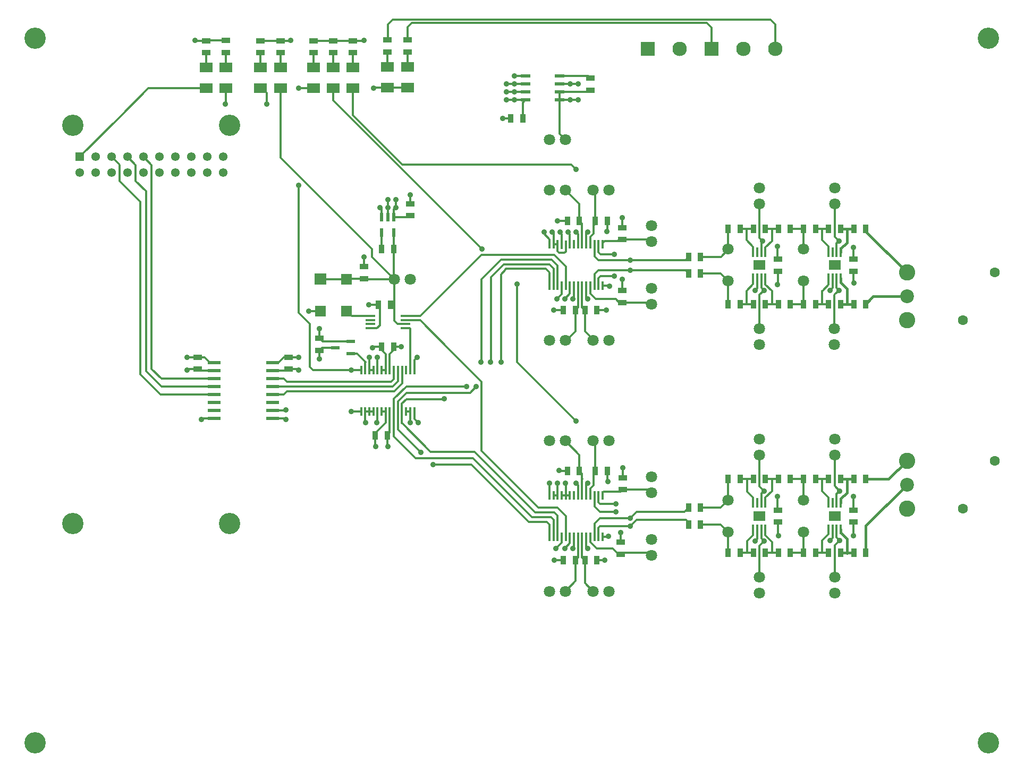
<source format=gtl>
%FSLAX34Y34*%
G04 Gerber Fmt 3.4, Leading zero omitted, Abs format*
G04 (created by PCBNEW (2014-02-03 BZR 4658)-product) date Thu 30 Jul 2015 10:30:08 PM PDT*
%MOIN*%
G01*
G70*
G90*
G04 APERTURE LIST*
%ADD10C,0.005906*%
%ADD11R,0.054370X0.054370*%
%ADD12C,0.054370*%
%ADD13R,0.055000X0.035000*%
%ADD14R,0.035000X0.055000*%
%ADD15C,0.070866*%
%ADD16R,0.080000X0.060000*%
%ADD17R,0.090551X0.090551*%
%ADD18C,0.090551*%
%ADD19C,0.102362*%
%ADD20C,0.086614*%
%ADD21C,0.062992*%
%ADD22R,0.078740X0.023622*%
%ADD23R,0.062992X0.011811*%
%ADD24R,0.052362X0.022047*%
%ADD25R,0.016500X0.057900*%
%ADD26R,0.022047X0.052362*%
%ADD27R,0.061000X0.023600*%
%ADD28R,0.015748X0.062992*%
%ADD29R,0.074409X0.061811*%
%ADD30R,0.070866X0.070866*%
%ADD31C,0.133900*%
%ADD32C,0.035000*%
%ADD33C,0.012000*%
%ADD34C,0.018000*%
G04 APERTURE END LIST*
G54D10*
G54D11*
X18064Y-22712D03*
G54D12*
X18064Y-23712D03*
X19064Y-22712D03*
X19064Y-23712D03*
X20064Y-22712D03*
X20064Y-23712D03*
X21064Y-22712D03*
X21064Y-23712D03*
X22064Y-22712D03*
X22064Y-23712D03*
X23064Y-22712D03*
X23064Y-23712D03*
X24064Y-22712D03*
X24064Y-23712D03*
X25064Y-22712D03*
X25064Y-23712D03*
X26064Y-22712D03*
X26064Y-23712D03*
X27064Y-22712D03*
X27064Y-23712D03*
G54D13*
X25479Y-35304D03*
X25479Y-36054D03*
X35900Y-30375D03*
X35900Y-29625D03*
X31179Y-35304D03*
X31179Y-36054D03*
G54D14*
X37575Y-32000D03*
X36825Y-32000D03*
G54D13*
X33100Y-34125D03*
X33100Y-34875D03*
G54D14*
X37375Y-40200D03*
X36625Y-40200D03*
X37775Y-34650D03*
X37025Y-34650D03*
G54D13*
X38800Y-26425D03*
X38800Y-25675D03*
G54D14*
X37775Y-28500D03*
X37025Y-28500D03*
G54D15*
X37800Y-30400D03*
X38800Y-30400D03*
G54D14*
X49175Y-48050D03*
X48425Y-48050D03*
G54D15*
X48538Y-49998D03*
X47538Y-49998D03*
G54D14*
X49775Y-48050D03*
X50525Y-48050D03*
G54D15*
X50294Y-49998D03*
X51294Y-49998D03*
G54D13*
X52000Y-47675D03*
X52000Y-46925D03*
G54D15*
X53944Y-47742D03*
X53944Y-46742D03*
G54D14*
X49425Y-42450D03*
X48675Y-42450D03*
G54D15*
X53944Y-43805D03*
X53944Y-42805D03*
G54D14*
X50425Y-42450D03*
X51175Y-42450D03*
G54D15*
X50294Y-40549D03*
X51294Y-40549D03*
G54D13*
X52150Y-43625D03*
X52150Y-42875D03*
G54D15*
X48538Y-40549D03*
X47538Y-40549D03*
G54D14*
X49175Y-32350D03*
X48425Y-32350D03*
G54D15*
X48538Y-34250D03*
X47538Y-34250D03*
G54D14*
X49775Y-32350D03*
X50525Y-32350D03*
G54D15*
X50294Y-34250D03*
X51294Y-34250D03*
G54D13*
X52100Y-31875D03*
X52100Y-31125D03*
G54D15*
X53944Y-31994D03*
X53944Y-30994D03*
G54D13*
X52100Y-27925D03*
X52100Y-27175D03*
G54D15*
X53944Y-28057D03*
X53944Y-27057D03*
G54D14*
X50425Y-26750D03*
X51175Y-26750D03*
G54D15*
X50294Y-24801D03*
X51294Y-24801D03*
G54D14*
X49425Y-26750D03*
X48675Y-26750D03*
G54D15*
X48538Y-24801D03*
X47538Y-24801D03*
X48531Y-21653D03*
X47531Y-21653D03*
G54D13*
X50106Y-18531D03*
X50106Y-17781D03*
G54D14*
X45875Y-20300D03*
X45125Y-20300D03*
G54D15*
X60700Y-33500D03*
X60700Y-34500D03*
X60711Y-24696D03*
X60711Y-25696D03*
X65400Y-33500D03*
X65400Y-34500D03*
X65435Y-24696D03*
X65435Y-25696D03*
G54D13*
X61892Y-29902D03*
X61892Y-29152D03*
X66616Y-29902D03*
X66616Y-29152D03*
G54D15*
X58742Y-28527D03*
X58742Y-30527D03*
X63466Y-28527D03*
X63466Y-30527D03*
X60711Y-49106D03*
X60711Y-50106D03*
X60711Y-40444D03*
X60711Y-41444D03*
X65435Y-49106D03*
X65435Y-50106D03*
X65435Y-40444D03*
X65435Y-41444D03*
G54D13*
X61892Y-45650D03*
X61892Y-44900D03*
X66616Y-45650D03*
X66616Y-44900D03*
G54D15*
X58742Y-44275D03*
X58742Y-46275D03*
X63466Y-44275D03*
X63466Y-46275D03*
G54D16*
X26017Y-18417D03*
X26017Y-17117D03*
X27250Y-18400D03*
X27250Y-17100D03*
X32761Y-18417D03*
X32761Y-17117D03*
X38635Y-17067D03*
X38635Y-18367D03*
X37392Y-18367D03*
X37392Y-17067D03*
X30666Y-18417D03*
X30666Y-17117D03*
X33979Y-18417D03*
X33979Y-17117D03*
X35198Y-18417D03*
X35198Y-17117D03*
X29404Y-18417D03*
X29404Y-17117D03*
G54D17*
X53700Y-15950D03*
G54D18*
X55700Y-15950D03*
G54D17*
X57700Y-15950D03*
G54D18*
X59700Y-15950D03*
X61700Y-15950D03*
G54D19*
X69968Y-32996D03*
X69968Y-29996D03*
G54D20*
X69968Y-31496D03*
G54D21*
X75468Y-29996D03*
X73468Y-32996D03*
G54D19*
X69968Y-44807D03*
X69968Y-41807D03*
G54D20*
X69968Y-43307D03*
G54D21*
X75468Y-41807D03*
X73468Y-44807D03*
G54D13*
X26017Y-16183D03*
X26017Y-15433D03*
X27250Y-16175D03*
X27250Y-15425D03*
X32761Y-16183D03*
X32761Y-15433D03*
X38635Y-15383D03*
X38635Y-16133D03*
X37392Y-16133D03*
X37392Y-15383D03*
X30666Y-16183D03*
X30666Y-15433D03*
X33979Y-16183D03*
X33979Y-15433D03*
X35198Y-16183D03*
X35198Y-15433D03*
X29404Y-16183D03*
X29404Y-15433D03*
G54D14*
X56275Y-29000D03*
X57025Y-29000D03*
X56275Y-30050D03*
X57025Y-30050D03*
X58761Y-27240D03*
X59511Y-27240D03*
X58761Y-31964D03*
X59511Y-31964D03*
X60336Y-27240D03*
X61086Y-27240D03*
X60336Y-31964D03*
X61086Y-31964D03*
X61910Y-27240D03*
X62660Y-27240D03*
X61910Y-31964D03*
X62660Y-31964D03*
X63485Y-27240D03*
X64235Y-27240D03*
X63485Y-31964D03*
X64235Y-31964D03*
X65060Y-27240D03*
X65810Y-27240D03*
X65060Y-31964D03*
X65810Y-31964D03*
X66635Y-27240D03*
X67385Y-27240D03*
X66635Y-31964D03*
X67385Y-31964D03*
X56275Y-44750D03*
X57025Y-44750D03*
X56275Y-45800D03*
X57025Y-45800D03*
X58761Y-42963D03*
X59511Y-42963D03*
X58761Y-47588D03*
X59511Y-47588D03*
X60336Y-42963D03*
X61086Y-42963D03*
X60336Y-47588D03*
X61086Y-47588D03*
X61910Y-42963D03*
X62660Y-42963D03*
X61910Y-47588D03*
X62660Y-47588D03*
X63485Y-42963D03*
X64235Y-42963D03*
X63485Y-47588D03*
X64235Y-47588D03*
X65060Y-42963D03*
X65810Y-42963D03*
X65060Y-47588D03*
X65810Y-47588D03*
X66635Y-42963D03*
X67385Y-42963D03*
X66635Y-47588D03*
X67385Y-47588D03*
G54D22*
X26515Y-37151D03*
X26515Y-36651D03*
X26515Y-36151D03*
X26515Y-35651D03*
X26515Y-37651D03*
X26515Y-38151D03*
X26515Y-38651D03*
X26515Y-39151D03*
X30177Y-39151D03*
X30177Y-38651D03*
X30177Y-38151D03*
X30177Y-37651D03*
X30177Y-37151D03*
X30177Y-36651D03*
X30177Y-36151D03*
X30177Y-35651D03*
G54D23*
X36297Y-32972D03*
X36297Y-33227D03*
X36297Y-33483D03*
X36297Y-32716D03*
X38502Y-33483D03*
X38502Y-33227D03*
X38502Y-32972D03*
X38502Y-32716D03*
G54D24*
X35072Y-35074D03*
X35072Y-34325D03*
X34127Y-34700D03*
G54D25*
X37529Y-36102D03*
X37273Y-36102D03*
X37017Y-36102D03*
X36761Y-36102D03*
X38293Y-38698D03*
X38297Y-36102D03*
X38041Y-36102D03*
X37785Y-36102D03*
X36505Y-38700D03*
X36761Y-38700D03*
X37017Y-38700D03*
X37273Y-38700D03*
X37529Y-38700D03*
X37785Y-38700D03*
X36505Y-36102D03*
X38041Y-38698D03*
X38553Y-36102D03*
X36249Y-36102D03*
X36249Y-38700D03*
X38553Y-38700D03*
X38808Y-36102D03*
X35994Y-36102D03*
X35994Y-38700D03*
X38808Y-38700D03*
X39064Y-36102D03*
X35738Y-36102D03*
X35738Y-38700D03*
X39064Y-38700D03*
G54D26*
X37774Y-26527D03*
X37400Y-26527D03*
X37025Y-26527D03*
X37025Y-27472D03*
X37774Y-27472D03*
G54D25*
X49084Y-46574D03*
X49340Y-46574D03*
X49596Y-46574D03*
X49852Y-46574D03*
X48320Y-43978D03*
X48316Y-46574D03*
X48572Y-46574D03*
X48828Y-46574D03*
X50108Y-43976D03*
X49852Y-43976D03*
X49596Y-43976D03*
X49340Y-43976D03*
X49084Y-43976D03*
X48828Y-43976D03*
X50108Y-46574D03*
X48572Y-43978D03*
X48060Y-46574D03*
X50364Y-46574D03*
X50364Y-43976D03*
X48060Y-43976D03*
X47805Y-46574D03*
X50619Y-46574D03*
X50619Y-43976D03*
X47805Y-43976D03*
X47549Y-46574D03*
X50875Y-46574D03*
X50875Y-43976D03*
X47549Y-43976D03*
X49084Y-30826D03*
X49340Y-30826D03*
X49596Y-30826D03*
X49852Y-30826D03*
X48320Y-28230D03*
X48316Y-30826D03*
X48572Y-30826D03*
X48828Y-30826D03*
X50108Y-28228D03*
X49852Y-28228D03*
X49596Y-28228D03*
X49340Y-28228D03*
X49084Y-28228D03*
X48828Y-28228D03*
X50108Y-30826D03*
X48572Y-28230D03*
X48060Y-30826D03*
X50364Y-30826D03*
X50364Y-28228D03*
X48060Y-28228D03*
X47805Y-30826D03*
X50619Y-30826D03*
X50619Y-28228D03*
X47805Y-28228D03*
X47549Y-30826D03*
X50875Y-30826D03*
X50875Y-28228D03*
X47549Y-28228D03*
G54D27*
X48169Y-19154D03*
X48169Y-18654D03*
X48169Y-18154D03*
X48169Y-17654D03*
X46043Y-19154D03*
X46043Y-18654D03*
X46043Y-18154D03*
X46043Y-17654D03*
G54D28*
X60327Y-30354D03*
X60583Y-30354D03*
X60838Y-30354D03*
X61094Y-30354D03*
X61094Y-28700D03*
X60838Y-28700D03*
X60583Y-28700D03*
X60327Y-28700D03*
G54D29*
X60711Y-29527D03*
G54D28*
X65051Y-30354D03*
X65307Y-30354D03*
X65563Y-30354D03*
X65819Y-30354D03*
X65819Y-28700D03*
X65563Y-28700D03*
X65307Y-28700D03*
X65051Y-28700D03*
G54D29*
X65435Y-29527D03*
G54D28*
X60327Y-46102D03*
X60583Y-46102D03*
X60838Y-46102D03*
X61094Y-46102D03*
X61094Y-44448D03*
X60838Y-44448D03*
X60583Y-44448D03*
X60327Y-44448D03*
G54D29*
X60711Y-45275D03*
G54D28*
X65051Y-46102D03*
X65307Y-46102D03*
X65563Y-46102D03*
X65819Y-46102D03*
X65819Y-44448D03*
X65563Y-44448D03*
X65307Y-44448D03*
X65051Y-44448D03*
G54D29*
X65435Y-45275D03*
G54D30*
X34822Y-30400D03*
X34822Y-32400D03*
X33177Y-32400D03*
G54D10*
G36*
X32822Y-30045D02*
X33531Y-30045D01*
X33531Y-30754D01*
X32822Y-30754D01*
X32822Y-30045D01*
X32822Y-30045D01*
G37*
G54D31*
X15279Y-15279D03*
X75074Y-15279D03*
X15279Y-59523D03*
X75074Y-59523D03*
X27486Y-45744D03*
X17643Y-45744D03*
X17643Y-20744D03*
X27486Y-20744D03*
G54D32*
X61000Y-46850D03*
X61900Y-46500D03*
X66600Y-46500D03*
X65750Y-46800D03*
X66650Y-30650D03*
X65700Y-31100D03*
X61850Y-30750D03*
X61000Y-31100D03*
X44850Y-19150D03*
X45350Y-19150D03*
X36900Y-25900D03*
X37900Y-25900D03*
X37900Y-25400D03*
X45356Y-17656D03*
X61850Y-44050D03*
X61000Y-43700D03*
X66600Y-44050D03*
X65750Y-43700D03*
X66600Y-28400D03*
X65700Y-28000D03*
X60900Y-28000D03*
X61850Y-28350D03*
X43250Y-35600D03*
X40950Y-37900D03*
X43850Y-35600D03*
X42330Y-37130D03*
X44500Y-35600D03*
X42950Y-37150D03*
X39480Y-41280D03*
X40230Y-42030D03*
X51600Y-30200D03*
X52600Y-29200D03*
X51600Y-28850D03*
X52600Y-29850D03*
X52600Y-45400D03*
X51700Y-44500D03*
X51700Y-45000D03*
X52600Y-45900D03*
X44600Y-20300D03*
X38800Y-25100D03*
X37400Y-25900D03*
X37400Y-25400D03*
X47700Y-27450D03*
X49350Y-18150D03*
X44850Y-18650D03*
X44850Y-18150D03*
X36500Y-18400D03*
X31300Y-15400D03*
X35900Y-15400D03*
X52000Y-46300D03*
X60450Y-46850D03*
X65150Y-46800D03*
X60450Y-31100D03*
X65150Y-31100D03*
X48050Y-43200D03*
X52150Y-42250D03*
X51200Y-43100D03*
X48150Y-42400D03*
X49950Y-43200D03*
X51250Y-46550D03*
X49950Y-47300D03*
X47950Y-47300D03*
X49000Y-47300D03*
X51000Y-48050D03*
X47850Y-48050D03*
X48856Y-18156D03*
X45356Y-18156D03*
X45356Y-18656D03*
X48050Y-26750D03*
X51150Y-27400D03*
X52100Y-26550D03*
X52100Y-30400D03*
X51300Y-30850D03*
X49950Y-27450D03*
X39250Y-35300D03*
X51100Y-32350D03*
X47800Y-32350D03*
X49950Y-31650D03*
X48000Y-31650D03*
X49000Y-31650D03*
X36650Y-40900D03*
X36000Y-39400D03*
X39300Y-39400D03*
X33100Y-35400D03*
X36200Y-32000D03*
X35900Y-29000D03*
X31000Y-39200D03*
X31800Y-36100D03*
X32450Y-32400D03*
X36450Y-34700D03*
X36250Y-35300D03*
X25300Y-15400D03*
X25700Y-39200D03*
X24800Y-36100D03*
X31800Y-24500D03*
X31800Y-18400D03*
X35100Y-38700D03*
X35100Y-36100D03*
X45500Y-30700D03*
X43300Y-28500D03*
X49200Y-39300D03*
X49200Y-43200D03*
X49200Y-27450D03*
X49200Y-23500D03*
X27200Y-19400D03*
X24800Y-35300D03*
X48850Y-19150D03*
X49350Y-19150D03*
X47200Y-27450D03*
X48200Y-27450D03*
X48700Y-27450D03*
X29800Y-19400D03*
X48550Y-43200D03*
X47550Y-43200D03*
X48500Y-47300D03*
X48500Y-31650D03*
X37400Y-40900D03*
X36700Y-39400D03*
X38800Y-39400D03*
X31000Y-38600D03*
X31800Y-35300D03*
X33100Y-33500D03*
X38250Y-34650D03*
X36750Y-35300D03*
G54D33*
X65400Y-33500D02*
X65400Y-31400D01*
X60700Y-33500D02*
X60700Y-31400D01*
X60711Y-31388D02*
X61000Y-31100D01*
X60700Y-31400D02*
X60711Y-31388D01*
X57700Y-15950D02*
X57700Y-14600D01*
X57400Y-14300D02*
X57700Y-14600D01*
X38635Y-14564D02*
X38635Y-15383D01*
X38899Y-14300D02*
X39200Y-14300D01*
X38635Y-14564D02*
X38899Y-14300D01*
X39200Y-14300D02*
X57400Y-14300D01*
X60711Y-49106D02*
X60711Y-47138D01*
X60711Y-47138D02*
X61000Y-46850D01*
X60838Y-46688D02*
X61000Y-46850D01*
X60838Y-46102D02*
X60838Y-46688D01*
X61892Y-46492D02*
X61892Y-45650D01*
X61900Y-46500D02*
X61892Y-46492D01*
X65435Y-49106D02*
X65435Y-47114D01*
X65435Y-47114D02*
X65750Y-46800D01*
X65563Y-46102D02*
X65563Y-46613D01*
X66600Y-45667D02*
X66616Y-45650D01*
X66600Y-46500D02*
X66600Y-45667D01*
X65563Y-46613D02*
X65750Y-46800D01*
X66650Y-30650D02*
X66616Y-30616D01*
X66616Y-30616D02*
X66616Y-29902D01*
X61850Y-30750D02*
X61892Y-30707D01*
X61892Y-30707D02*
X61892Y-29902D01*
X60838Y-30354D02*
X60838Y-30938D01*
X60838Y-30938D02*
X61000Y-31100D01*
X65700Y-31100D02*
X65450Y-31350D01*
X65450Y-33343D02*
X65435Y-33358D01*
X65563Y-30354D02*
X65563Y-30963D01*
X65563Y-30963D02*
X65700Y-31100D01*
X45875Y-19325D02*
X45875Y-19322D01*
X45875Y-19322D02*
X46043Y-19154D01*
X45875Y-20300D02*
X45875Y-19325D01*
X45875Y-19325D02*
X45900Y-19300D01*
X44850Y-19150D02*
X45350Y-19150D01*
X45354Y-19154D02*
X46043Y-19154D01*
X45354Y-19154D02*
X45350Y-19150D01*
X37025Y-26527D02*
X37025Y-26025D01*
X37025Y-26025D02*
X36900Y-25900D01*
X37900Y-25400D02*
X37900Y-25900D01*
X37774Y-26025D02*
X37900Y-25900D01*
X37774Y-26025D02*
X37774Y-26527D01*
X37774Y-26527D02*
X38697Y-26527D01*
X38697Y-26527D02*
X38800Y-26425D01*
X49425Y-42450D02*
X49425Y-41436D01*
X49425Y-41436D02*
X48538Y-40549D01*
X52150Y-43625D02*
X53763Y-43625D01*
X53763Y-43625D02*
X53944Y-43805D01*
X50875Y-43976D02*
X50875Y-43824D01*
X52025Y-43750D02*
X52150Y-43625D01*
X50950Y-43750D02*
X52025Y-43750D01*
X50875Y-43824D02*
X50950Y-43750D01*
X49596Y-43000D02*
X49596Y-42621D01*
X49596Y-42621D02*
X49425Y-42450D01*
X49596Y-43976D02*
X49596Y-43000D01*
X49596Y-43000D02*
X49596Y-42953D01*
X49596Y-42953D02*
X49600Y-42950D01*
X49775Y-48050D02*
X49775Y-49478D01*
X49775Y-49478D02*
X50294Y-49998D01*
X49596Y-46574D02*
X49596Y-47871D01*
X49596Y-47871D02*
X49775Y-48050D01*
X46043Y-17654D02*
X45358Y-17654D01*
X45358Y-17654D02*
X45356Y-17656D01*
X49425Y-26750D02*
X49425Y-25687D01*
X49425Y-25687D02*
X48538Y-24801D01*
X52100Y-27925D02*
X53811Y-27925D01*
X53811Y-27925D02*
X53944Y-28057D01*
X50875Y-28228D02*
X50875Y-28124D01*
X51925Y-27925D02*
X51850Y-28000D01*
X51850Y-28000D02*
X51000Y-28000D01*
X51925Y-27925D02*
X52100Y-27925D01*
X50875Y-28124D02*
X51000Y-28000D01*
X49596Y-28228D02*
X49596Y-26921D01*
X49596Y-26921D02*
X49425Y-26750D01*
X49775Y-32350D02*
X49775Y-33675D01*
X49775Y-33675D02*
X50300Y-34200D01*
X49596Y-30826D02*
X49596Y-32171D01*
X49596Y-32171D02*
X49775Y-32350D01*
X37400Y-14400D02*
X37400Y-15375D01*
X37700Y-14100D02*
X37400Y-14400D01*
X61700Y-15950D02*
X61700Y-14400D01*
X60600Y-14100D02*
X38200Y-14100D01*
X61300Y-14100D02*
X60600Y-14100D01*
X61400Y-14100D02*
X61300Y-14100D01*
X61700Y-14400D02*
X61400Y-14100D01*
X38200Y-14100D02*
X37700Y-14100D01*
X37400Y-15375D02*
X37392Y-15383D01*
X60711Y-41444D02*
X60711Y-43411D01*
X60711Y-43411D02*
X61000Y-43700D01*
X60838Y-44448D02*
X60838Y-43861D01*
X61850Y-44858D02*
X61892Y-44900D01*
X61850Y-44050D02*
X61850Y-44858D01*
X60838Y-43861D02*
X61000Y-43700D01*
X65435Y-41444D02*
X65435Y-43385D01*
X65435Y-43385D02*
X65750Y-43700D01*
X65563Y-44448D02*
X65563Y-43886D01*
X66600Y-44884D02*
X66616Y-44900D01*
X66600Y-44050D02*
X66600Y-44884D01*
X65563Y-43886D02*
X65750Y-43700D01*
X60711Y-25696D02*
X60711Y-27811D01*
X60711Y-27811D02*
X60900Y-28000D01*
X66616Y-28416D02*
X66616Y-29152D01*
X66600Y-28400D02*
X66616Y-28416D01*
X61850Y-28350D02*
X61850Y-29110D01*
X61892Y-29152D02*
X61850Y-29110D01*
X60838Y-28061D02*
X60900Y-28000D01*
X60838Y-28061D02*
X60838Y-28700D01*
X65700Y-28000D02*
X65450Y-27750D01*
X65450Y-25711D02*
X65435Y-25696D01*
X65450Y-27750D02*
X65450Y-25711D01*
X65563Y-28136D02*
X65563Y-28700D01*
X65700Y-28000D02*
X65563Y-28136D01*
X26515Y-37151D02*
X23201Y-37151D01*
X23201Y-37151D02*
X22230Y-36180D01*
X22230Y-36180D02*
X22230Y-24880D01*
X21064Y-22714D02*
X21064Y-22712D01*
X21064Y-22714D02*
X21580Y-23230D01*
X21580Y-24230D02*
X21580Y-23230D01*
X21580Y-24230D02*
X22230Y-24880D01*
X38041Y-36808D02*
X37698Y-37151D01*
X38041Y-36102D02*
X38041Y-36808D01*
X30177Y-37151D02*
X37698Y-37151D01*
X37698Y-37151D02*
X37700Y-37150D01*
X40230Y-37930D02*
X40920Y-37930D01*
X38293Y-38230D02*
X38293Y-38216D01*
X38293Y-38216D02*
X38580Y-37930D01*
X38293Y-38698D02*
X38293Y-38230D01*
X40230Y-37930D02*
X38580Y-37930D01*
X43280Y-35570D02*
X43250Y-35600D01*
X44520Y-29180D02*
X44950Y-29180D01*
X44520Y-29180D02*
X43280Y-30420D01*
X43280Y-30420D02*
X43280Y-34880D01*
X43280Y-34880D02*
X43280Y-35570D01*
X40920Y-37930D02*
X40950Y-37900D01*
X38293Y-38698D02*
X38293Y-39443D01*
X40080Y-41230D02*
X38330Y-39480D01*
X42830Y-41230D02*
X44955Y-43355D01*
X42830Y-41230D02*
X40080Y-41230D01*
X38293Y-39443D02*
X38330Y-39480D01*
X46130Y-44530D02*
X44955Y-43355D01*
X44955Y-43355D02*
X44930Y-43330D01*
X46780Y-45030D02*
X46630Y-45030D01*
X48060Y-46574D02*
X48060Y-45260D01*
X47830Y-45030D02*
X47330Y-45030D01*
X48060Y-45260D02*
X47830Y-45030D01*
X46780Y-45030D02*
X47330Y-45030D01*
X46630Y-45030D02*
X46130Y-44530D01*
X46130Y-44530D02*
X46130Y-44530D01*
X44930Y-29180D02*
X44950Y-29180D01*
X44950Y-29180D02*
X44980Y-29180D01*
X47680Y-29180D02*
X47730Y-29230D01*
X48060Y-29560D02*
X47730Y-29230D01*
X48060Y-29560D02*
X48060Y-30826D01*
X45030Y-29180D02*
X47680Y-29180D01*
X44980Y-29180D02*
X45030Y-29180D01*
X43880Y-34850D02*
X43880Y-35570D01*
X40480Y-37130D02*
X38580Y-37130D01*
X37785Y-37930D02*
X37785Y-38700D01*
X37785Y-37924D02*
X38580Y-37130D01*
X37785Y-37930D02*
X37785Y-37924D01*
X42330Y-37130D02*
X40480Y-37130D01*
X43880Y-35570D02*
X43850Y-35600D01*
X44980Y-29480D02*
X44670Y-29480D01*
X44980Y-29480D02*
X46480Y-29480D01*
X47805Y-30826D02*
X47805Y-29755D01*
X47530Y-29480D02*
X46880Y-29480D01*
X47805Y-29755D02*
X47530Y-29480D01*
X46480Y-29480D02*
X46880Y-29480D01*
X43880Y-30270D02*
X44650Y-29500D01*
X43880Y-34880D02*
X43880Y-34850D01*
X43880Y-34850D02*
X43880Y-30270D01*
X44670Y-29480D02*
X44650Y-29500D01*
X40280Y-41630D02*
X39130Y-41630D01*
X37785Y-40285D02*
X37785Y-38700D01*
X37785Y-40285D02*
X39130Y-41630D01*
X40280Y-41630D02*
X42730Y-41630D01*
X43030Y-41930D02*
X45930Y-44830D01*
X46430Y-45330D02*
X45930Y-44830D01*
X46780Y-45330D02*
X47330Y-45330D01*
X47805Y-46574D02*
X47805Y-45505D01*
X47630Y-45330D02*
X47330Y-45330D01*
X47805Y-45505D02*
X47630Y-45330D01*
X46780Y-45330D02*
X46430Y-45330D01*
X42730Y-41630D02*
X43030Y-41930D01*
X47549Y-46574D02*
X47549Y-45799D01*
X42630Y-42030D02*
X46230Y-45630D01*
X40880Y-42030D02*
X42630Y-42030D01*
X47549Y-45799D02*
X47380Y-45630D01*
X47380Y-45630D02*
X46230Y-45630D01*
X44500Y-34850D02*
X44500Y-35350D01*
X44500Y-35600D02*
X44500Y-35350D01*
X42570Y-37530D02*
X42950Y-37150D01*
X41230Y-37530D02*
X41180Y-37530D01*
X41180Y-37530D02*
X40080Y-37530D01*
X38041Y-38080D02*
X38041Y-38068D01*
X38041Y-38068D02*
X38580Y-37530D01*
X38041Y-38080D02*
X38041Y-38698D01*
X40080Y-37530D02*
X38580Y-37530D01*
X41230Y-37530D02*
X42570Y-37530D01*
X47500Y-29950D02*
X47550Y-30000D01*
X47305Y-29755D02*
X47500Y-29950D01*
X47020Y-29755D02*
X47305Y-29755D01*
X47550Y-30000D02*
X47550Y-30125D01*
X47550Y-30125D02*
X47549Y-30125D01*
X46400Y-29755D02*
X47020Y-29755D01*
X47020Y-29755D02*
X47025Y-29750D01*
X45175Y-29755D02*
X44820Y-29755D01*
X44500Y-30100D02*
X44775Y-29800D01*
X44500Y-30350D02*
X44500Y-31400D01*
X44500Y-31400D02*
X44500Y-34850D01*
X44500Y-34850D02*
X44500Y-34900D01*
X44500Y-30350D02*
X44500Y-30100D01*
X44795Y-29780D02*
X44775Y-29800D01*
X44820Y-29755D02*
X44795Y-29780D01*
X47549Y-30826D02*
X47549Y-30125D01*
X47549Y-30125D02*
X47550Y-30125D01*
X45455Y-29755D02*
X45505Y-29755D01*
X45455Y-29755D02*
X45175Y-29755D01*
X45175Y-29755D02*
X45195Y-29755D01*
X45505Y-29755D02*
X46400Y-29755D01*
X46400Y-29755D02*
X46430Y-29755D01*
X38041Y-39841D02*
X39480Y-41280D01*
X38041Y-38698D02*
X38041Y-39841D01*
X40230Y-42030D02*
X40880Y-42030D01*
X40880Y-42030D02*
X40830Y-42030D01*
X48572Y-30826D02*
X48572Y-29622D01*
X48572Y-29622D02*
X47830Y-28880D01*
X47830Y-28880D02*
X43280Y-28880D01*
X39443Y-32716D02*
X38502Y-32716D01*
X39480Y-32680D02*
X42680Y-29480D01*
X39443Y-32716D02*
X39480Y-32680D01*
X42680Y-29480D02*
X43280Y-28880D01*
X48572Y-46574D02*
X48572Y-45272D01*
X48522Y-45222D02*
X48030Y-44730D01*
X46880Y-44730D02*
X48030Y-44730D01*
X46880Y-44730D02*
X46830Y-44730D01*
X43280Y-36830D02*
X43280Y-37380D01*
X43280Y-36830D02*
X41280Y-34830D01*
X39430Y-32972D02*
X38502Y-32972D01*
X39430Y-32980D02*
X41280Y-34830D01*
X39430Y-32972D02*
X39430Y-32980D01*
X43280Y-41180D02*
X43280Y-37380D01*
X43380Y-41280D02*
X43530Y-41430D01*
X43530Y-41430D02*
X46830Y-44730D01*
X43280Y-41180D02*
X43380Y-41280D01*
X48572Y-45272D02*
X48522Y-45222D01*
X26515Y-37651D02*
X23151Y-37651D01*
X23151Y-37651D02*
X21880Y-36380D01*
X21880Y-36380D02*
X21880Y-25530D01*
X20580Y-23230D02*
X20530Y-23180D01*
X20064Y-22714D02*
X20530Y-23180D01*
X20064Y-22714D02*
X20064Y-22712D01*
X20580Y-24230D02*
X20580Y-23230D01*
X20580Y-24230D02*
X21880Y-25530D01*
X33125Y-37450D02*
X37800Y-37450D01*
X38297Y-36952D02*
X38000Y-37250D01*
X38297Y-36952D02*
X38297Y-36102D01*
X37800Y-37450D02*
X38000Y-37250D01*
X33150Y-37450D02*
X33125Y-37450D01*
X33125Y-37450D02*
X31075Y-37450D01*
X30873Y-37651D02*
X31075Y-37450D01*
X30873Y-37651D02*
X30177Y-37651D01*
X38300Y-36105D02*
X38297Y-36102D01*
X52600Y-29200D02*
X56075Y-29200D01*
X56075Y-29200D02*
X56275Y-29000D01*
X51600Y-30200D02*
X50750Y-30200D01*
X50619Y-30330D02*
X50700Y-30250D01*
X50619Y-30826D02*
X50619Y-30330D01*
X50750Y-30200D02*
X50700Y-30250D01*
X50364Y-28228D02*
X50364Y-28964D01*
X50364Y-28964D02*
X50400Y-29000D01*
X50600Y-29200D02*
X50400Y-29000D01*
X52600Y-29200D02*
X50600Y-29200D01*
X52600Y-29850D02*
X56075Y-29850D01*
X56075Y-29850D02*
X56275Y-30050D01*
X50619Y-28228D02*
X50619Y-28719D01*
X50750Y-28850D02*
X51600Y-28850D01*
X50619Y-28719D02*
X50750Y-28850D01*
X50364Y-30826D02*
X50364Y-30085D01*
X50364Y-30085D02*
X50600Y-29850D01*
X52600Y-29850D02*
X50600Y-29850D01*
G54D34*
X67385Y-27240D02*
X67385Y-27412D01*
X67385Y-27412D02*
X69968Y-29996D01*
X67853Y-31496D02*
X69968Y-31496D01*
X67385Y-31964D02*
X67853Y-31496D01*
G54D33*
X53000Y-45000D02*
X56025Y-45000D01*
X52600Y-45400D02*
X52900Y-45100D01*
X53000Y-45000D02*
X52900Y-45100D01*
X56025Y-45000D02*
X56275Y-44750D01*
X50600Y-45500D02*
X50700Y-45400D01*
X52600Y-45400D02*
X50700Y-45400D01*
X50364Y-45735D02*
X50600Y-45500D01*
X50364Y-45735D02*
X50364Y-46574D01*
X50700Y-44500D02*
X51700Y-44500D01*
X50619Y-44419D02*
X50700Y-44500D01*
X50619Y-43976D02*
X50619Y-44419D01*
X52600Y-45900D02*
X53000Y-45500D01*
X56275Y-45675D02*
X56275Y-45800D01*
X56100Y-45500D02*
X56275Y-45675D01*
X53000Y-45500D02*
X56100Y-45500D01*
X50619Y-46574D02*
X50600Y-46554D01*
X52600Y-45900D02*
X50900Y-45900D01*
X50900Y-45900D02*
X50700Y-45900D01*
X50700Y-45900D02*
X50600Y-46000D01*
X51100Y-45000D02*
X51700Y-45000D01*
X50364Y-44664D02*
X50364Y-43976D01*
X50364Y-44664D02*
X50700Y-45000D01*
X51100Y-45000D02*
X50700Y-45000D01*
X50600Y-46554D02*
X50600Y-46000D01*
G54D34*
X67385Y-42963D02*
X68811Y-42963D01*
X68811Y-42963D02*
X69968Y-41807D01*
X67385Y-47588D02*
X67385Y-45890D01*
X67385Y-45890D02*
X69968Y-43307D01*
G54D33*
X26515Y-36651D02*
X23201Y-36651D01*
X23201Y-36651D02*
X22580Y-36030D01*
X22580Y-36030D02*
X22580Y-25930D01*
X22064Y-22714D02*
X22064Y-22712D01*
X22064Y-22714D02*
X22580Y-23230D01*
X22580Y-25930D02*
X22580Y-23230D01*
X37785Y-36564D02*
X37785Y-36664D01*
X33100Y-36850D02*
X37600Y-36850D01*
X37600Y-36850D02*
X37775Y-36675D01*
X37785Y-36564D02*
X37785Y-36102D01*
X37785Y-36664D02*
X37775Y-36675D01*
X33150Y-36850D02*
X33100Y-36850D01*
X33100Y-36850D02*
X31075Y-36850D01*
X30876Y-36651D02*
X31075Y-36850D01*
X30876Y-36651D02*
X30848Y-36651D01*
X30177Y-36651D02*
X30848Y-36651D01*
X30848Y-36651D02*
X30850Y-36650D01*
X38502Y-33483D02*
X38783Y-33483D01*
X38808Y-33508D02*
X38808Y-36102D01*
X38783Y-33483D02*
X38808Y-33508D01*
X35994Y-36102D02*
X35994Y-35594D01*
X35474Y-35074D02*
X36000Y-35600D01*
X35474Y-35074D02*
X35072Y-35074D01*
X35994Y-35594D02*
X36000Y-35600D01*
X45125Y-20300D02*
X44600Y-20300D01*
X38800Y-25675D02*
X38800Y-25100D01*
X37400Y-25400D02*
X37400Y-25900D01*
X37400Y-25900D02*
X37400Y-26527D01*
X47805Y-28228D02*
X47805Y-27555D01*
X47805Y-27555D02*
X47700Y-27450D01*
X48060Y-28228D02*
X48060Y-28660D01*
X48572Y-28677D02*
X48491Y-28758D01*
X48491Y-28758D02*
X48241Y-28758D01*
X48572Y-28677D02*
X48572Y-28230D01*
X48158Y-28758D02*
X48241Y-28758D01*
X48060Y-28660D02*
X48158Y-28758D01*
X49200Y-18154D02*
X49345Y-18154D01*
X49345Y-18154D02*
X49350Y-18150D01*
X45008Y-18654D02*
X44854Y-18654D01*
X44854Y-18654D02*
X44850Y-18650D01*
X45000Y-18156D02*
X44856Y-18156D01*
X44856Y-18156D02*
X44850Y-18150D01*
X37392Y-18367D02*
X36532Y-18367D01*
X36532Y-18367D02*
X36500Y-18400D01*
X38635Y-18367D02*
X37392Y-18367D01*
X30666Y-15433D02*
X31266Y-15433D01*
X31266Y-15433D02*
X31300Y-15400D01*
X29404Y-15433D02*
X30666Y-15433D01*
X35198Y-15433D02*
X35866Y-15433D01*
X35866Y-15433D02*
X35900Y-15400D01*
X33979Y-15433D02*
X35198Y-15433D01*
X32761Y-15433D02*
X33979Y-15433D01*
X52000Y-46925D02*
X52000Y-46300D01*
X60583Y-46102D02*
X60583Y-46716D01*
X60583Y-46716D02*
X60450Y-46850D01*
X65307Y-46102D02*
X65307Y-46642D01*
X65307Y-46642D02*
X65150Y-46800D01*
X60583Y-30354D02*
X60583Y-30966D01*
X60583Y-30966D02*
X60450Y-31100D01*
X65307Y-30354D02*
X65307Y-30942D01*
X65307Y-30942D02*
X65150Y-31100D01*
X48060Y-43976D02*
X48060Y-43210D01*
X48060Y-43210D02*
X48050Y-43200D01*
X47805Y-43976D02*
X48060Y-43976D01*
X52150Y-42875D02*
X52150Y-42250D01*
X51175Y-42450D02*
X51175Y-43075D01*
X51175Y-43075D02*
X51200Y-43100D01*
X48675Y-42450D02*
X48150Y-42450D01*
X48150Y-42450D02*
X48150Y-42400D01*
X49852Y-43976D02*
X49852Y-43297D01*
X49852Y-43297D02*
X49950Y-43200D01*
X50875Y-46574D02*
X51225Y-46574D01*
X51225Y-46574D02*
X51250Y-46550D01*
X49852Y-46574D02*
X49852Y-47202D01*
X49852Y-47202D02*
X49950Y-47300D01*
X48316Y-46574D02*
X48316Y-46933D01*
X48316Y-46933D02*
X47950Y-47300D01*
X49084Y-46574D02*
X49084Y-47215D01*
X49084Y-47215D02*
X49000Y-47300D01*
X50525Y-48050D02*
X51000Y-48050D01*
X48425Y-48050D02*
X47850Y-48050D01*
X48806Y-18154D02*
X49200Y-18154D01*
X49200Y-18154D02*
X49204Y-18154D01*
X49204Y-18154D02*
X49206Y-18156D01*
X48169Y-18154D02*
X48806Y-18154D01*
X48806Y-18154D02*
X48854Y-18154D01*
X48854Y-18154D02*
X48856Y-18156D01*
X45356Y-18156D02*
X45000Y-18156D01*
X45000Y-18156D02*
X45006Y-18156D01*
X45358Y-18154D02*
X45356Y-18156D01*
X46043Y-18154D02*
X45358Y-18154D01*
X45306Y-18654D02*
X45008Y-18654D01*
X45008Y-18654D02*
X45006Y-18656D01*
X46043Y-18654D02*
X45306Y-18654D01*
X45306Y-18654D02*
X45358Y-18654D01*
X45358Y-18654D02*
X45356Y-18656D01*
X47805Y-28228D02*
X48060Y-28228D01*
X48675Y-26750D02*
X48050Y-26750D01*
X51175Y-26750D02*
X51175Y-27375D01*
X51175Y-27375D02*
X51150Y-27400D01*
X52100Y-27175D02*
X52100Y-26550D01*
X52100Y-31125D02*
X52100Y-30400D01*
X50875Y-30826D02*
X51276Y-30826D01*
X51276Y-30826D02*
X51300Y-30850D01*
X49852Y-28228D02*
X49852Y-27547D01*
X49852Y-27547D02*
X49950Y-27450D01*
X39064Y-36102D02*
X39064Y-35485D01*
X39064Y-35485D02*
X39250Y-35300D01*
X50525Y-32350D02*
X51100Y-32350D01*
X48425Y-32350D02*
X47800Y-32350D01*
X49852Y-30826D02*
X49852Y-31552D01*
X49852Y-31552D02*
X49950Y-31650D01*
X48316Y-30776D02*
X48316Y-31333D01*
X48316Y-31333D02*
X48000Y-31650D01*
X49084Y-30826D02*
X49084Y-31534D01*
X49000Y-31619D02*
X49000Y-31650D01*
X49084Y-31534D02*
X49000Y-31619D01*
X36625Y-40200D02*
X36625Y-40875D01*
X36625Y-40875D02*
X36650Y-40900D01*
X37273Y-38700D02*
X37273Y-39426D01*
X36625Y-40075D02*
X36625Y-40200D01*
X37273Y-39426D02*
X36625Y-40075D01*
X35994Y-38700D02*
X35994Y-39394D01*
X35994Y-39394D02*
X36000Y-39400D01*
X39064Y-38700D02*
X39064Y-39164D01*
X39064Y-39164D02*
X39300Y-39400D01*
X37017Y-38700D02*
X37273Y-38700D01*
X36249Y-38700D02*
X36505Y-38700D01*
X35994Y-38700D02*
X36249Y-38700D01*
X36297Y-33483D02*
X36716Y-33483D01*
X36900Y-32075D02*
X36825Y-32000D01*
X36900Y-33300D02*
X36900Y-32075D01*
X36716Y-33483D02*
X36900Y-33300D01*
X36825Y-32000D02*
X36200Y-32000D01*
X35900Y-29625D02*
X35900Y-29000D01*
X30177Y-39151D02*
X30951Y-39151D01*
X30951Y-39151D02*
X31000Y-39200D01*
X31179Y-36054D02*
X31754Y-36054D01*
X31754Y-36054D02*
X31800Y-36100D01*
X30177Y-36151D02*
X31082Y-36151D01*
X31082Y-36151D02*
X31179Y-36054D01*
X33100Y-34875D02*
X33100Y-35400D01*
X33177Y-32400D02*
X32450Y-32400D01*
X37025Y-34650D02*
X36450Y-34650D01*
X36450Y-34650D02*
X36450Y-34700D01*
X37273Y-36102D02*
X37273Y-35123D01*
X36975Y-34825D02*
X36975Y-34650D01*
X37273Y-35123D02*
X36975Y-34825D01*
X36249Y-36102D02*
X36249Y-35300D01*
X36249Y-35300D02*
X36250Y-35300D01*
X37017Y-36102D02*
X37273Y-36102D01*
X36505Y-36102D02*
X36249Y-36102D01*
X34127Y-34700D02*
X33275Y-34700D01*
X33275Y-34700D02*
X33100Y-34875D01*
X26017Y-15433D02*
X25333Y-15433D01*
X25333Y-15433D02*
X25300Y-15400D01*
X27250Y-15425D02*
X26025Y-15425D01*
X26025Y-15425D02*
X26017Y-15433D01*
X26515Y-39151D02*
X25748Y-39151D01*
X25748Y-39151D02*
X25700Y-39200D01*
X25479Y-36054D02*
X24845Y-36054D01*
X24845Y-36054D02*
X24800Y-36100D01*
X26515Y-36151D02*
X25576Y-36151D01*
X25576Y-36151D02*
X25479Y-36054D01*
X37025Y-28500D02*
X37025Y-27473D01*
X37025Y-27473D02*
X37025Y-27472D01*
X50108Y-46574D02*
X50108Y-46891D01*
X51875Y-47675D02*
X51500Y-47300D01*
X51500Y-47300D02*
X50500Y-47300D01*
X51875Y-47675D02*
X52000Y-47675D01*
X50100Y-46900D02*
X50500Y-47300D01*
X50108Y-46891D02*
X50100Y-46900D01*
X52050Y-47575D02*
X53776Y-47575D01*
X53776Y-47575D02*
X53944Y-47742D01*
X50425Y-42450D02*
X50425Y-40680D01*
X50425Y-40680D02*
X50294Y-40549D01*
X50300Y-42900D02*
X50300Y-42575D01*
X50300Y-42575D02*
X50425Y-42450D01*
X50108Y-43976D02*
X50108Y-43541D01*
X50300Y-43350D02*
X50300Y-42900D01*
X50300Y-42900D02*
X50300Y-42850D01*
X50108Y-43541D02*
X50300Y-43350D01*
X52100Y-31875D02*
X53824Y-31875D01*
X53824Y-31875D02*
X53944Y-31994D01*
X50950Y-31650D02*
X51700Y-31650D01*
X50108Y-31308D02*
X50450Y-31650D01*
X50450Y-31650D02*
X50950Y-31650D01*
X50108Y-30826D02*
X50108Y-31308D01*
X51925Y-31875D02*
X52100Y-31875D01*
X51700Y-31650D02*
X51925Y-31875D01*
X50425Y-26750D02*
X50425Y-24932D01*
X50425Y-24932D02*
X50294Y-24801D01*
X50108Y-28228D02*
X50108Y-27741D01*
X50425Y-26925D02*
X50425Y-26750D01*
X50300Y-27050D02*
X50425Y-26925D01*
X50300Y-27150D02*
X50300Y-27050D01*
X50300Y-27550D02*
X50300Y-27150D01*
X50108Y-27741D02*
X50300Y-27550D01*
X48369Y-17654D02*
X49979Y-17654D01*
X49979Y-17654D02*
X50106Y-17781D01*
X58742Y-28527D02*
X58742Y-28557D01*
X58300Y-29000D02*
X57025Y-29000D01*
X58742Y-28557D02*
X58300Y-29000D01*
X58761Y-27240D02*
X58761Y-28508D01*
X58761Y-28508D02*
X58742Y-28527D01*
X57025Y-30050D02*
X58264Y-30050D01*
X58264Y-30050D02*
X58742Y-30527D01*
X58761Y-31964D02*
X58761Y-30546D01*
X58761Y-30546D02*
X58742Y-30527D01*
X63485Y-27240D02*
X62660Y-27240D01*
X63466Y-28527D02*
X63466Y-27258D01*
X63466Y-27258D02*
X63485Y-27240D01*
X63466Y-30527D02*
X63466Y-31945D01*
X63466Y-31945D02*
X63485Y-31964D01*
X63485Y-31964D02*
X62660Y-31964D01*
X57025Y-44750D02*
X58268Y-44750D01*
X58268Y-44750D02*
X58742Y-44275D01*
X58742Y-44275D02*
X58742Y-42982D01*
X58742Y-42982D02*
X58761Y-42963D01*
X57025Y-45800D02*
X58266Y-45800D01*
X58266Y-45800D02*
X58742Y-46275D01*
X58742Y-46275D02*
X58742Y-47569D01*
X58742Y-47569D02*
X58761Y-47588D01*
X63485Y-42963D02*
X63485Y-44256D01*
X63485Y-44256D02*
X63466Y-44275D01*
X62660Y-42963D02*
X63485Y-42963D01*
X63466Y-46275D02*
X63466Y-47569D01*
X63466Y-47569D02*
X63485Y-47588D01*
X62660Y-47588D02*
X63485Y-47588D01*
X26017Y-18417D02*
X22382Y-18417D01*
X18087Y-22712D02*
X20600Y-20200D01*
X18087Y-22712D02*
X18064Y-22712D01*
X22382Y-18417D02*
X20600Y-20200D01*
X26017Y-16183D02*
X26017Y-17117D01*
X27250Y-16175D02*
X27250Y-17100D01*
X32700Y-36100D02*
X32500Y-35900D01*
X33200Y-36100D02*
X32700Y-36100D01*
X35100Y-36100D02*
X33200Y-36100D01*
X32500Y-33200D02*
X31800Y-32500D01*
X32500Y-35900D02*
X32500Y-33200D01*
X31800Y-32500D02*
X31800Y-24500D01*
X31800Y-18400D02*
X31817Y-18417D01*
X31817Y-18417D02*
X32761Y-18417D01*
X35738Y-36102D02*
X35102Y-36102D01*
X35100Y-38700D02*
X35738Y-38700D01*
X35100Y-38700D02*
X35100Y-38700D01*
X35102Y-36102D02*
X35100Y-36100D01*
X32761Y-16183D02*
X32761Y-17117D01*
X38635Y-16133D02*
X38635Y-17067D01*
X37392Y-16133D02*
X37392Y-17067D01*
X30666Y-16183D02*
X30666Y-17117D01*
X42700Y-27900D02*
X43300Y-28500D01*
X42600Y-27800D02*
X42700Y-27900D01*
X42500Y-27700D02*
X42600Y-27800D01*
X45500Y-30700D02*
X45500Y-32600D01*
X45500Y-32600D02*
X45500Y-32700D01*
X49200Y-39300D02*
X45500Y-35600D01*
X49340Y-43976D02*
X49340Y-43340D01*
X49340Y-43340D02*
X49200Y-43200D01*
X45500Y-35600D02*
X45500Y-32700D01*
X45500Y-32700D02*
X45500Y-32600D01*
X33979Y-18417D02*
X33979Y-19179D01*
X33979Y-19179D02*
X42500Y-27700D01*
X42500Y-27700D02*
X42500Y-27700D01*
X33979Y-16183D02*
X33979Y-17117D01*
X40200Y-23200D02*
X40191Y-23208D01*
X47600Y-23200D02*
X48900Y-23200D01*
X49200Y-23500D02*
X48900Y-23200D01*
X40200Y-23200D02*
X47600Y-23200D01*
X38300Y-23217D02*
X38300Y-23200D01*
X38308Y-23208D02*
X38300Y-23217D01*
X40191Y-23208D02*
X38308Y-23208D01*
X35198Y-20098D02*
X38300Y-23200D01*
X35198Y-20098D02*
X35198Y-18417D01*
X49340Y-28228D02*
X49340Y-27590D01*
X49340Y-27590D02*
X49200Y-27450D01*
X49200Y-27450D02*
X49200Y-27450D01*
X35198Y-16183D02*
X35198Y-17117D01*
X29404Y-16183D02*
X29404Y-17117D01*
X60327Y-28700D02*
X60327Y-28377D01*
X59900Y-27950D02*
X59900Y-27240D01*
X60327Y-28377D02*
X59900Y-27950D01*
X60336Y-27240D02*
X59900Y-27240D01*
X59900Y-27240D02*
X59511Y-27240D01*
X60327Y-30354D02*
X60327Y-30722D01*
X59900Y-31150D02*
X59900Y-31964D01*
X60327Y-30722D02*
X59900Y-31150D01*
X60336Y-31964D02*
X59900Y-31964D01*
X59900Y-31964D02*
X59511Y-31964D01*
X61094Y-28700D02*
X61094Y-28405D01*
X61500Y-28000D02*
X61500Y-27240D01*
X61094Y-28405D02*
X61500Y-28000D01*
X61500Y-27240D02*
X61500Y-27300D01*
X61500Y-27300D02*
X61500Y-27240D01*
X61910Y-27240D02*
X61500Y-27240D01*
X61500Y-27240D02*
X61086Y-27240D01*
X61094Y-30354D02*
X61094Y-30744D01*
X61500Y-31850D02*
X61500Y-31964D01*
X61500Y-31150D02*
X61500Y-31850D01*
X61094Y-30744D02*
X61500Y-31150D01*
X61500Y-31964D02*
X61500Y-31950D01*
X61500Y-31950D02*
X61500Y-31964D01*
X61910Y-31964D02*
X61500Y-31964D01*
X61500Y-31964D02*
X61086Y-31964D01*
X64700Y-27250D02*
X64245Y-27250D01*
X64245Y-27250D02*
X64235Y-27240D01*
X64650Y-27250D02*
X64700Y-27250D01*
X64700Y-27250D02*
X65050Y-27250D01*
X65050Y-27250D02*
X65060Y-27240D01*
X65051Y-28351D02*
X64650Y-27950D01*
X64650Y-27950D02*
X64650Y-27250D01*
X65051Y-28700D02*
X65051Y-28351D01*
X64635Y-31964D02*
X65060Y-31964D01*
X64235Y-31964D02*
X64635Y-31964D01*
X64650Y-31150D02*
X64700Y-31100D01*
X64650Y-31950D02*
X64650Y-31150D01*
X64635Y-31964D02*
X64650Y-31950D01*
X65051Y-30748D02*
X64700Y-31100D01*
X64700Y-31100D02*
X64700Y-31100D01*
X65051Y-30748D02*
X65051Y-30354D01*
G54D34*
X66200Y-27240D02*
X66200Y-28100D01*
X65819Y-28480D02*
X66200Y-28100D01*
X65819Y-28480D02*
X65819Y-28700D01*
X65810Y-27240D02*
X66200Y-27240D01*
X66200Y-27240D02*
X66635Y-27240D01*
X66200Y-31964D02*
X66200Y-31800D01*
X65819Y-30619D02*
X65819Y-30354D01*
X65819Y-30619D02*
X66200Y-31000D01*
X66200Y-31800D02*
X66200Y-31000D01*
X65810Y-31964D02*
X66200Y-31964D01*
X66200Y-31964D02*
X66635Y-31964D01*
G54D33*
X60327Y-44448D02*
X60327Y-44127D01*
X59950Y-43750D02*
X59950Y-42963D01*
X60327Y-44127D02*
X59950Y-43750D01*
X59511Y-42963D02*
X59950Y-42963D01*
X59950Y-42963D02*
X60336Y-42963D01*
X60327Y-46102D02*
X60327Y-46472D01*
X59950Y-46850D02*
X59950Y-47588D01*
X60327Y-46472D02*
X59950Y-46850D01*
X59511Y-47588D02*
X59950Y-47588D01*
X59950Y-47588D02*
X60336Y-47588D01*
X61094Y-44448D02*
X61094Y-44105D01*
X61500Y-43700D02*
X61500Y-42963D01*
X61094Y-44105D02*
X61500Y-43700D01*
X61086Y-42963D02*
X61500Y-42963D01*
X61500Y-42963D02*
X61910Y-42963D01*
X61094Y-46102D02*
X61094Y-46494D01*
X61500Y-46900D02*
X61500Y-47588D01*
X61094Y-46494D02*
X61500Y-46900D01*
X61500Y-47588D02*
X61500Y-47550D01*
X61500Y-47550D02*
X61500Y-47588D01*
X61086Y-47588D02*
X61500Y-47588D01*
X61500Y-47588D02*
X61910Y-47588D01*
X65051Y-44448D02*
X65051Y-44101D01*
X64650Y-43700D02*
X64650Y-42963D01*
X65051Y-44101D02*
X64650Y-43700D01*
X64235Y-42963D02*
X64650Y-42963D01*
X64650Y-42963D02*
X65060Y-42963D01*
X65051Y-46102D02*
X65051Y-46398D01*
X64650Y-46800D02*
X64650Y-47588D01*
X65051Y-46398D02*
X64650Y-46800D01*
X64650Y-47588D02*
X64650Y-47550D01*
X64650Y-47550D02*
X64650Y-47588D01*
X64235Y-47588D02*
X64650Y-47588D01*
X64650Y-47588D02*
X65060Y-47588D01*
G54D34*
X66200Y-42963D02*
X66200Y-43800D01*
X65819Y-44180D02*
X66200Y-43800D01*
X65819Y-44180D02*
X65819Y-44448D01*
X66200Y-42963D02*
X66200Y-43000D01*
X66200Y-43000D02*
X66200Y-42963D01*
X65810Y-42963D02*
X66200Y-42963D01*
X66200Y-42963D02*
X66635Y-42963D01*
X65819Y-46102D02*
X65819Y-46319D01*
X66200Y-46700D02*
X66200Y-47588D01*
X65819Y-46319D02*
X66200Y-46700D01*
X66200Y-47588D02*
X66200Y-47600D01*
X66200Y-47600D02*
X66200Y-47588D01*
X65810Y-47588D02*
X66200Y-47588D01*
X66200Y-47588D02*
X66635Y-47588D01*
G54D33*
X36297Y-32716D02*
X35138Y-32716D01*
X35138Y-32716D02*
X34822Y-32400D01*
X27250Y-18400D02*
X27250Y-19350D01*
X27250Y-19350D02*
X27200Y-19400D01*
X25479Y-35304D02*
X24804Y-35304D01*
X24804Y-35304D02*
X24800Y-35300D01*
X26515Y-35651D02*
X26251Y-35651D01*
X25904Y-35304D02*
X25479Y-35304D01*
X26251Y-35651D02*
X25904Y-35304D01*
X30666Y-18417D02*
X30666Y-22766D01*
X32300Y-24400D02*
X36100Y-28200D01*
X36800Y-29400D02*
X37800Y-30400D01*
X36400Y-29000D02*
X36400Y-28500D01*
X36800Y-29400D02*
X36400Y-29000D01*
X36100Y-28200D02*
X36400Y-28500D01*
X30666Y-22766D02*
X32300Y-24400D01*
X35900Y-30375D02*
X34847Y-30375D01*
X34847Y-30375D02*
X34822Y-30400D01*
X37800Y-30400D02*
X35925Y-30400D01*
X35925Y-30400D02*
X35900Y-30375D01*
X37800Y-32000D02*
X37800Y-33000D01*
X38027Y-33227D02*
X38502Y-33227D01*
X37800Y-33000D02*
X38027Y-33227D01*
X37800Y-30400D02*
X37800Y-32000D01*
X37800Y-32000D02*
X37575Y-32000D01*
X37774Y-27472D02*
X37774Y-28499D01*
X37774Y-28499D02*
X37775Y-28500D01*
X37775Y-28500D02*
X37775Y-30375D01*
X37775Y-30375D02*
X37800Y-30400D01*
X33177Y-30400D02*
X34822Y-30400D01*
X48169Y-19154D02*
X48169Y-21291D01*
X48169Y-21291D02*
X48531Y-21653D01*
X49350Y-19150D02*
X48850Y-19150D01*
X48845Y-19154D02*
X48850Y-19150D01*
X48845Y-19154D02*
X48169Y-19154D01*
X47549Y-28228D02*
X47549Y-27900D01*
X47200Y-27550D02*
X47200Y-27450D01*
X47549Y-27900D02*
X47200Y-27550D01*
X48200Y-27450D02*
X48320Y-27570D01*
X48320Y-27570D02*
X48320Y-28230D01*
X48828Y-28228D02*
X48828Y-27578D01*
X48828Y-27578D02*
X48700Y-27450D01*
X29404Y-18417D02*
X29517Y-18417D01*
X29800Y-18700D02*
X29800Y-19400D01*
X29517Y-18417D02*
X29800Y-18700D01*
X48572Y-43978D02*
X48572Y-43222D01*
X48572Y-43222D02*
X48550Y-43200D01*
X47549Y-43976D02*
X47549Y-43200D01*
X47549Y-43200D02*
X47550Y-43200D01*
X48572Y-43978D02*
X48320Y-43978D01*
X48572Y-43978D02*
X48826Y-43978D01*
X48826Y-43978D02*
X48828Y-43976D01*
X48828Y-46574D02*
X48828Y-46971D01*
X48828Y-46971D02*
X48500Y-47300D01*
X49175Y-48050D02*
X49175Y-49362D01*
X49175Y-49362D02*
X48538Y-49998D01*
X49340Y-46574D02*
X49340Y-47884D01*
X49340Y-47884D02*
X49175Y-48050D01*
X48369Y-18654D02*
X49983Y-18654D01*
X49983Y-18654D02*
X50106Y-18531D01*
X48169Y-18654D02*
X48169Y-19154D01*
X48828Y-30776D02*
X48828Y-31321D01*
X48828Y-31321D02*
X48500Y-31650D01*
X49175Y-32350D02*
X49175Y-33675D01*
X49175Y-33675D02*
X48600Y-34250D01*
X49340Y-30826D02*
X49340Y-32184D01*
X49340Y-32184D02*
X49175Y-32350D01*
X37375Y-40200D02*
X37375Y-40875D01*
X37375Y-40875D02*
X37400Y-40900D01*
X37529Y-38700D02*
X37529Y-40045D01*
X37529Y-40045D02*
X37375Y-40200D01*
X36761Y-38700D02*
X36761Y-39338D01*
X36761Y-39338D02*
X36700Y-39400D01*
X38808Y-38700D02*
X38808Y-39391D01*
X38808Y-39391D02*
X38800Y-39400D01*
X38553Y-38700D02*
X38808Y-38700D01*
X30177Y-38651D02*
X30948Y-38651D01*
X30948Y-38651D02*
X31000Y-38600D01*
X31179Y-35304D02*
X31795Y-35304D01*
X31795Y-35304D02*
X31800Y-35300D01*
X30177Y-35651D02*
X30548Y-35651D01*
X30895Y-35304D02*
X31179Y-35304D01*
X30548Y-35651D02*
X30895Y-35304D01*
X33100Y-34125D02*
X33100Y-33500D01*
X37775Y-34650D02*
X38300Y-34650D01*
X38300Y-34650D02*
X38250Y-34650D01*
X37529Y-36102D02*
X37529Y-35120D01*
X37725Y-34925D02*
X37725Y-34650D01*
X37529Y-35120D02*
X37725Y-34925D01*
X36761Y-36102D02*
X36761Y-35311D01*
X36761Y-35311D02*
X36750Y-35300D01*
X35072Y-34325D02*
X33300Y-34325D01*
X33300Y-34325D02*
X33100Y-34125D01*
M02*

</source>
